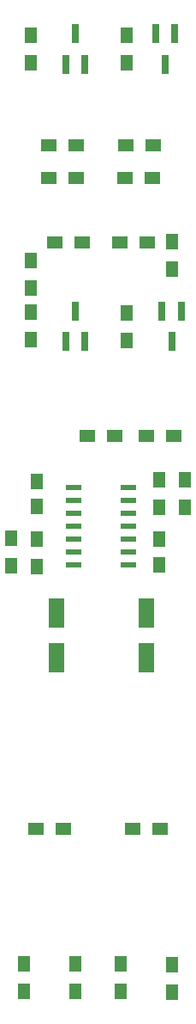
<source format=gbr>
%TF.GenerationSoftware,KiCad,Pcbnew,(5.1.6-0)*%
%TF.CreationDate,2023-01-04T15:54:57-05:00*%
%TF.ProjectId,LFO2,4c464f32-2e6b-4696-9361-645f70636258,rev?*%
%TF.SameCoordinates,Original*%
%TF.FileFunction,Paste,Top*%
%TF.FilePolarity,Positive*%
%FSLAX46Y46*%
G04 Gerber Fmt 4.6, Leading zero omitted, Abs format (unit mm)*
G04 Created by KiCad (PCBNEW (5.1.6-0)) date 2023-01-04 15:54:57*
%MOMM*%
%LPD*%
G01*
G04 APERTURE LIST*
%ADD10R,1.600000X3.000000*%
%ADD11R,1.500000X0.600000*%
%ADD12R,1.300000X1.500000*%
%ADD13R,1.500000X1.300000*%
%ADD14R,0.800000X1.900000*%
%ADD15R,1.250000X1.500000*%
G04 APERTURE END LIST*
D10*
%TO.C,C4*%
X69215000Y-96860000D03*
X69215000Y-101260000D03*
%TD*%
%TO.C,C3*%
X78105000Y-101260000D03*
X78105000Y-96860000D03*
%TD*%
D11*
%TO.C,U1*%
X76360000Y-92075000D03*
X76360000Y-90805000D03*
X76360000Y-89535000D03*
X76360000Y-88265000D03*
X76360000Y-86995000D03*
X76360000Y-85725000D03*
X76360000Y-84455000D03*
X70960000Y-84455000D03*
X70960000Y-85725000D03*
X70960000Y-86995000D03*
X70960000Y-88265000D03*
X70960000Y-89535000D03*
X70960000Y-90805000D03*
X70960000Y-92075000D03*
%TD*%
D12*
%TO.C,R24*%
X71120000Y-134065000D03*
X71120000Y-131365000D03*
%TD*%
%TO.C,R23*%
X75565000Y-134065000D03*
X75565000Y-131365000D03*
%TD*%
D13*
%TO.C,R22*%
X69930000Y-118110000D03*
X67230000Y-118110000D03*
%TD*%
D12*
%TO.C,R21*%
X66040000Y-134065000D03*
X66040000Y-131365000D03*
%TD*%
D13*
%TO.C,R20*%
X76755000Y-118110000D03*
X79455000Y-118110000D03*
%TD*%
D12*
%TO.C,R19*%
X80645000Y-134145000D03*
X80645000Y-131445000D03*
%TD*%
%TO.C,R18*%
X66675000Y-69930000D03*
X66675000Y-67230000D03*
%TD*%
%TO.C,R17*%
X66675000Y-39925000D03*
X66675000Y-42625000D03*
%TD*%
%TO.C,R16*%
X67310000Y-89535000D03*
X67310000Y-92235000D03*
%TD*%
%TO.C,R15*%
X79375000Y-86440000D03*
X79375000Y-83740000D03*
%TD*%
%TO.C,R14*%
X76200000Y-67310000D03*
X76200000Y-70010000D03*
%TD*%
%TO.C,R13*%
X76200000Y-39925000D03*
X76200000Y-42625000D03*
%TD*%
%TO.C,R12*%
X64770000Y-92155000D03*
X64770000Y-89455000D03*
%TD*%
%TO.C,R11*%
X81915000Y-86440000D03*
X81915000Y-83740000D03*
%TD*%
D13*
%TO.C,R10*%
X75010000Y-79375000D03*
X72310000Y-79375000D03*
%TD*%
%TO.C,R9*%
X78105000Y-79375000D03*
X80805000Y-79375000D03*
%TD*%
D12*
%TO.C,R8*%
X66675000Y-62150000D03*
X66675000Y-64850000D03*
%TD*%
D13*
%TO.C,R7*%
X68500000Y-50800000D03*
X71200000Y-50800000D03*
%TD*%
D12*
%TO.C,R6*%
X80645000Y-60245000D03*
X80645000Y-62945000D03*
%TD*%
D13*
%TO.C,R5*%
X78820000Y-50800000D03*
X76120000Y-50800000D03*
%TD*%
%TO.C,R4*%
X78185000Y-60325000D03*
X75485000Y-60325000D03*
%TD*%
%TO.C,R3*%
X71755000Y-60325000D03*
X69055000Y-60325000D03*
%TD*%
%TO.C,R2*%
X78740000Y-53975000D03*
X76040000Y-53975000D03*
%TD*%
%TO.C,R1*%
X71200000Y-53975000D03*
X68500000Y-53975000D03*
%TD*%
D14*
%TO.C,Q4*%
X70170000Y-70080000D03*
X72070000Y-70080000D03*
X71120000Y-67080000D03*
%TD*%
%TO.C,Q3*%
X81595000Y-67080000D03*
X79695000Y-67080000D03*
X80645000Y-70080000D03*
%TD*%
%TO.C,Q2*%
X70170000Y-42775000D03*
X72070000Y-42775000D03*
X71120000Y-39775000D03*
%TD*%
%TO.C,Q1*%
X80960000Y-39775000D03*
X79060000Y-39775000D03*
X80010000Y-42775000D03*
%TD*%
D15*
%TO.C,C2*%
X67310000Y-83840000D03*
X67310000Y-86340000D03*
%TD*%
%TO.C,C1*%
X79375000Y-92055000D03*
X79375000Y-89555000D03*
%TD*%
M02*

</source>
